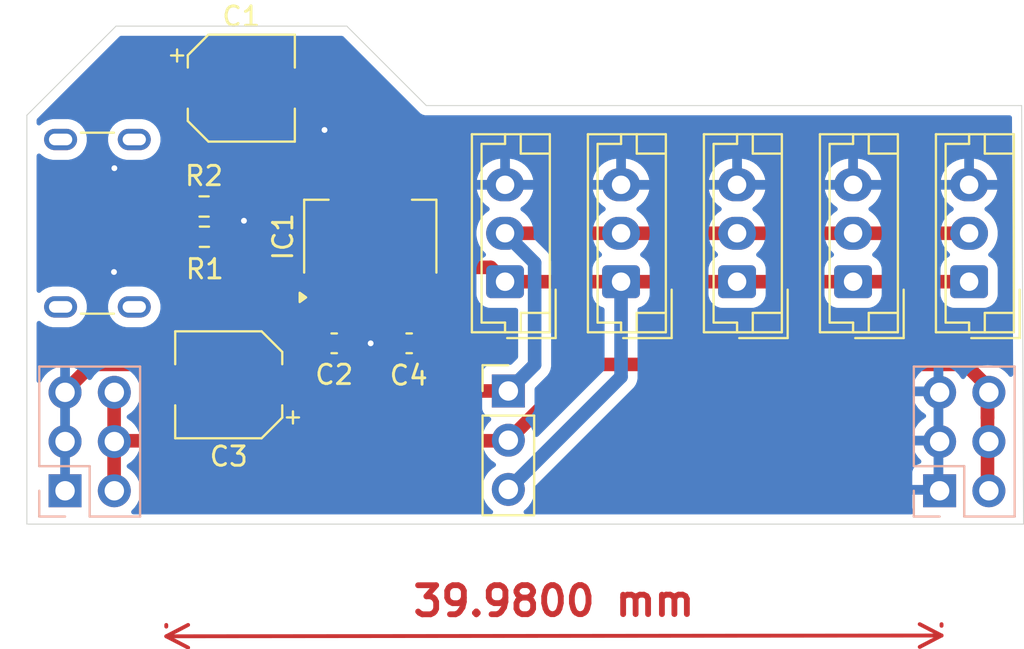
<source format=kicad_pcb>
(kicad_pcb (version 20240108) (generator "pcbnew") (generator_version "8.0")
  (layers (0 "F.Cu" signal) (31 "B.Cu" signal) (34 "B.Paste" user) (35 "F.Paste" user) (36 "B.SilkS" user "B.Silkscreen") (37 "F.SilkS" user "F.Silkscreen") (38 "B.Mask" user) (39 "F.Mask" user) (44 "Edge.Cuts" user))
  (net 0 "")
  (net 1 "+5V")
  (net 2 "GND")
  (net 3 "+3V3")
  (net 4 "Net-(J1-CC2)")
  (net 5 "Net-(J1-CC1)")
  (net 10 "Net-(J7-Pin_2)")
  (footprint "Connector_USB:USB_C_Receptacle_GCT_USB4125-xx-x-0190_6P_TopMnt_Horizontal" (layer "F.Cu") (at 32.54 58.47 -90)
    (property "Reference" "J1" (hide yes))
    (property "Value" "USB_C_Receptacle_PowerOnly_6P" (hide yes))
    (fp_line (start -4.67 -0.25) (end -4.67 -1.95) (stroke (width 0.12)) (layer "F.SilkS"))
    (fp_line (start 4.67 -0.25) (end 4.67 -1.95) (stroke (width 0.12)) (layer "F.SilkS"))
    (pad "A5" smd roundrect (at -0.5 -3.08 270) (size 0.7 1.2) (layers "F.Cu" "F.Paste" "F.Mask") (net 5 "Net-(J1-CC1)"))
    (pad "A9" smd roundrect (at 1.52 -3.08 90) (size 0.76 1.2) (layers "F.Cu" "F.Paste" "F.Mask") (net 1 "+5V"))
    (pad "A12" smd roundrect (at 2.75 -3.08 90) (size 0.8 1.2) (layers "F.Cu" "F.Paste" "F.Mask") (net 2 "GND"))
    (pad "B5" smd roundrect (at 0.5 -3.08 90) (size 0.7 1.2) (layers "F.Cu" "F.Paste" "F.Mask") (net 4 "Net-(J1-CC2)"))
    (pad "B9" smd roundrect (at -1.52 -3.08 270) (size 0.76 1.2) (layers "F.Cu" "F.Paste" "F.Mask") (net 1 "+5V"))
    (pad "B12" smd roundrect (at -2.75 -3.08 270) (size 0.8 1.2) (layers "F.Cu" "F.Paste" "F.Mask") (net 2 "GND"))
    (pad "S1" thru_hole oval (at -4.32 -3 270) (size 1.1 1.7) (drill oval 0.6 1.2) (layers "*.Cu" "*.Mask" "F.Paste"))
    (pad "S1" thru_hole oval (at -4.32 0.8 270) (size 1.1 1.7) (drill oval 0.6 1.2) (layers "*.Cu" "*.Mask" "F.Paste"))
    (pad "S1" thru_hole oval (at 4.32 -3 270) (size 1.1 1.7) (drill oval 0.6 1.2) (layers "*.Cu" "*.Mask" "F.Paste"))
    (pad "S1" thru_hole oval (at 4.32 0.8 270) (size 1.1 1.7) (drill oval 0.6 1.2) (layers "*.Cu" "*.Mask" "F.Paste"))
  )
  (footprint "Connector_JST:JST_EH_B3B-EH-A_1x03_P2.50mm_Vertical" (layer "F.Cu") (at 54.66 61.49 90)
    (property "Reference" "J2" (hide yes))
    (property "Value" "Conn_01x03_Socket" (hide yes))
    (fp_line (start 7.61 -1.71) (end -2.61 -1.71) (stroke (width 0.12)) (layer "F.SilkS"))
    (fp_line (start -2.61 -1.71) (end -2.61 2.31) (stroke (width 0.12)) (layer "F.SilkS"))
    (fp_line (start 7.11 -1.21) (end 7.11 0) (stroke (width 0.12)) (layer "F.SilkS"))
    (fp_line (start -2.11 -1.21) (end 7.11 -1.21) (stroke (width 0.12)) (layer "F.SilkS"))
    (fp_line (start 7.11 0) (end 7.61 0) (stroke (width 0.12)) (layer "F.SilkS"))
    (fp_line (start -2.11 0) (end -2.11 -1.21) (stroke (width 0.12)) (layer "F.SilkS"))
    (fp_line (start -2.61 0) (end -2.11 0) (stroke (width 0.12)) (layer "F.SilkS"))
    (fp_line (start -2.91 0.11) (end -2.91 2.61) (stroke (width 0.12)) (layer "F.SilkS"))
    (fp_line (start 7.61 0.81) (end 6.61 0.81) (stroke (width 0.12)) (layer "F.SilkS"))
    (fp_line (start 6.61 0.81) (end 6.61 2.31) (stroke (width 0.12)) (layer "F.SilkS"))
    (fp_line (start -1.61 0.81) (end -1.61 2.31) (stroke (width 0.12)) (layer "F.SilkS"))
    (fp_line (start -2.61 0.81) (end -1.61 0.81) (stroke (width 0.12)) (layer "F.SilkS"))
    (fp_line (start 7.61 2.31) (end 7.61 -1.71) (stroke (width 0.12)) (layer "F.SilkS"))
    (fp_line (start -2.61 2.31) (end 7.61 2.31) (stroke (width 0.12)) (layer "F.SilkS"))
    (fp_line (start -2.91 2.61) (end -0.41 2.61) (stroke (width 0.12)) (layer "F.SilkS"))
    (pad "1" thru_hole roundrect (at 0 0 90) (size 1.7 1.95) (drill 0.95) (layers "*.Cu" "*.Mask") (roundrect_rratio 0.147059) (net 1 "+5V"))
    (pad "2" thru_hole oval (at 2.5 0 90) (size 1.7 1.95) (drill 0.95) (layers "*.Cu" "*.Mask") (net 3 "+3V3"))
    (pad "3" thru_hole oval (at 5 0 90) (size 1.7 1.95) (drill 0.95) (layers "*.Cu" "*.Mask") (net 2 "GND"))
  )
  (footprint "Connector_JST:JST_EH_B3B-EH-A_1x03_P2.50mm_Vertical" (layer "F.Cu") (at 72.6075 61.49 90)
    (property "Reference" "J4" (hide yes))
    (property "Value" "Conn_01x03_Socket" (hide yes))
    (fp_line (start 7.61 -1.71) (end -2.61 -1.71) (stroke (width 0.12)) (layer "F.SilkS"))
    (fp_line (start -2.61 -1.71) (end -2.61 2.31) (stroke (width 0.12)) (layer "F.SilkS"))
    (fp_line (start 7.11 -1.21) (end 7.11 0) (stroke (width 0.12)) (layer "F.SilkS"))
    (fp_line (start -2.11 -1.21) (end 7.11 -1.21) (stroke (width 0.12)) (layer "F.SilkS"))
    (fp_line (start 7.11 0) (end 7.61 0) (stroke (width 0.12)) (layer "F.SilkS"))
    (fp_line (start -2.11 0) (end -2.11 -1.21) (stroke (width 0.12)) (layer "F.SilkS"))
    (fp_line (start -2.61 0) (end -2.11 0) (stroke (width 0.12)) (layer "F.SilkS"))
    (fp_line (start -2.91 0.11) (end -2.91 2.61) (stroke (width 0.12)) (layer "F.SilkS"))
    (fp_line (start 7.61 0.81) (end 6.61 0.81) (stroke (width 0.12)) (layer "F.SilkS"))
    (fp_line (start 6.61 0.81) (end 6.61 2.31) (stroke (width 0.12)) (layer "F.SilkS"))
    (fp_line (start -1.61 0.81) (end -1.61 2.31) (stroke (width 0.12)) (layer "F.SilkS"))
    (fp_line (start -2.61 0.81) (end -1.61 0.81) (stroke (width 0.12)) (layer "F.SilkS"))
    (fp_line (start 7.61 2.31) (end 7.61 -1.71) (stroke (width 0.12)) (layer "F.SilkS"))
    (fp_line (start -2.61 2.31) (end 7.61 2.31) (stroke (width 0.12)) (layer "F.SilkS"))
    (fp_line (start -2.91 2.61) (end -0.41 2.61) (stroke (width 0.12)) (layer "F.SilkS"))
    (pad "1" thru_hole roundrect (at 0 0 90) (size 1.7 1.95) (drill 0.95) (layers "*.Cu" "*.Mask") (roundrect_rratio 0.147059) (net 1 "+5V"))
    (pad "2" thru_hole oval (at 2.5 0 90) (size 1.7 1.95) (drill 0.95) (layers "*.Cu" "*.Mask") (net 3 "+3V3"))
    (pad "3" thru_hole oval (at 5 0 90) (size 1.7 1.95) (drill 0.95) (layers "*.Cu" "*.Mask") (net 2 "GND"))
  )
  (footprint "Resistor_SMD:R_0603_1608Metric" (layer "F.Cu") (at 39.14 57.61)
    (property "Reference" "R2" (at -0.005 -1.58 180) (layer "F.SilkS"))
    (property "Value" "5.1k" (hide yes))
    (fp_line (start -0.237258 -0.5225) (end 0.237258 -0.5225) (stroke (width 0.12)) (layer "F.SilkS"))
    (fp_line (start -0.237258 0.5225) (end 0.237258 0.5225) (stroke (width 0.12)) (layer "F.SilkS"))
    (pad "1" smd roundrect (at -0.825 0) (size 0.8 0.95) (layers "F.Cu" "F.Paste" "F.Mask") (net 5 "Net-(J1-CC1)"))
    (pad "2" smd roundrect (at 0.825 0) (size 0.8 0.95) (layers "F.Cu" "F.Paste" "F.Mask") (net 2 "GND"))
  )
  (footprint "Capacitor_SMD:CP_Elec_5x5.3" (layer "F.Cu") (at 41.06 51.5)
    (property "Reference" "C1" (at 0 -3.7 0) (layer "F.SilkS"))
    (property "Value" "100uF" (hide yes))
    (fp_line (start -3.625 -1.685) (end -3 -1.685) (stroke (width 0.12)) (layer "F.SilkS"))
    (fp_line (start -3.3125 -1.9975) (end -3.3125 -1.3725) (stroke (width 0.12)) (layer "F.SilkS"))
    (fp_line (start -2.76 -1.695563) (end -2.76 -1.06) (stroke (width 0.12)) (layer "F.SilkS"))
    (fp_line (start -2.76 -1.695563) (end -1.695563 -2.76) (stroke (width 0.12)) (layer "F.SilkS"))
    (fp_line (start -2.76 1.695563) (end -2.76 1.06) (stroke (width 0.12)) (layer "F.SilkS"))
    (fp_line (start -2.76 1.695563) (end -1.695563 2.76) (stroke (width 0.12)) (layer "F.SilkS"))
    (fp_line (start -1.695563 -2.76) (end 2.76 -2.76) (stroke (width 0.12)) (layer "F.SilkS"))
    (fp_line (start -1.695563 2.76) (end 2.76 2.76) (stroke (width 0.12)) (layer "F.SilkS"))
    (fp_line (start 2.76 -2.76) (end 2.76 -1.06) (stroke (width 0.12)) (layer "F.SilkS"))
    (fp_line (start 2.76 2.76) (end 2.76 1.06) (stroke (width 0.12)) (layer "F.SilkS"))
    (pad "1" smd roundrect (at -2.2 0) (size 3 1.6) (layers "F.Cu" "F.Paste" "F.Mask") (roundrect_rratio 0.15625) (net 1 "+5V"))
    (pad "2" smd roundrect (at 2.2 0) (size 3 1.6) (layers "F.Cu" "F.Paste" "F.Mask") (roundrect_rratio 0.15625) (net 2 "GND"))
  )
  (footprint "Capacitor_SMD:CP_Elec_5x5.3" (layer "F.Cu") (at 40.41 66.81 180)
    (property "Reference" "C3" (at 0 -3.7 0) (layer "F.SilkS"))
    (property "Value" "100uF" (hide yes))
    (fp_line (start 2.76 2.76) (end 2.76 1.06) (stroke (width 0.12)) (layer "F.SilkS"))
    (fp_line (start 2.76 -2.76) (end 2.76 -1.06) (stroke (width 0.12)) (layer "F.SilkS"))
    (fp_line (start -1.695563 2.76) (end 2.76 2.76) (stroke (width 0.12)) (layer "F.SilkS"))
    (fp_line (start -1.695563 -2.76) (end 2.76 -2.76) (stroke (width 0.12)) (layer "F.SilkS"))
    (fp_line (start -2.76 1.695563) (end -1.695563 2.76) (stroke (width 0.12)) (layer "F.SilkS"))
    (fp_line (start -2.76 1.695563) (end -2.76 1.06) (stroke (width 0.12)) (layer "F.SilkS"))
    (fp_line (start -2.76 -1.695563) (end -1.695563 -2.76) (stroke (width 0.12)) (layer "F.SilkS"))
    (fp_line (start -2.76 -1.695563) (end -2.76 -1.06) (stroke (width 0.12)) (layer "F.SilkS"))
    (fp_line (start -3.3125 -1.9975) (end -3.3125 -1.3725) (stroke (width 0.12)) (layer "F.SilkS"))
    (fp_line (start -3.625 -1.685) (end -3 -1.685) (stroke (width 0.12)) (layer "F.SilkS"))
    (pad "1" smd roundrect (at -2.2 0 180) (size 3 1.6) (layers "F.Cu" "F.Paste" "F.Mask") (roundrect_rratio 0.15625) (net 3 "+3V3"))
    (pad "2" smd roundrect (at 2.2 0 180) (size 3 1.6) (layers "F.Cu" "F.Paste" "F.Mask") (roundrect_rratio 0.15625) (net 2 "GND"))
  )
  (footprint "Connector_JST:JST_EH_B3B-EH-A_1x03_P2.50mm_Vertical" (layer "F.Cu") (at 66.625 61.49 90)
    (property "Reference" "J5" (hide yes))
    (property "Value" "Conn_01x03_Socket" (hide yes))
    (fp_line (start 7.61 -1.71) (end -2.61 -1.71) (stroke (width 0.12)) (layer "F.SilkS"))
    (fp_line (start -2.61 -1.71) (end -2.61 2.31) (stroke (width 0.12)) (layer "F.SilkS"))
    (fp_line (start 7.11 -1.21) (end 7.11 0) (stroke (width 0.12)) (layer "F.SilkS"))
    (fp_line (start -2.11 -1.21) (end 7.11 -1.21) (stroke (width 0.12)) (layer "F.SilkS"))
    (fp_line (start 7.11 0) (end 7.61 0) (stroke (width 0.12)) (layer "F.SilkS"))
    (fp_line (start -2.11 0) (end -2.11 -1.21) (stroke (width 0.12)) (layer "F.SilkS"))
    (fp_line (start -2.61 0) (end -2.11 0) (stroke (width 0.12)) (layer "F.SilkS"))
    (fp_line (start -2.91 0.11) (end -2.91 2.61) (stroke (width 0.12)) (layer "F.SilkS"))
    (fp_line (start 7.61 0.81) (end 6.61 0.81) (stroke (width 0.12)) (layer "F.SilkS"))
    (fp_line (start 6.61 0.81) (end 6.61 2.31) (stroke (width 0.12)) (layer "F.SilkS"))
    (fp_line (start -1.61 0.81) (end -1.61 2.31) (stroke (width 0.12)) (layer "F.SilkS"))
    (fp_line (start -2.61 0.81) (end -1.61 0.81) (stroke (width 0.12)) (layer "F.SilkS"))
    (fp_line (start 7.61 2.31) (end 7.61 -1.71) (stroke (width 0.12)) (layer "F.SilkS"))
    (fp_line (start -2.61 2.31) (end 7.61 2.31) (stroke (width 0.12)) (layer "F.SilkS"))
    (fp_line (start -2.91 2.61) (end -0.41 2.61) (stroke (width 0.12)) (layer "F.SilkS"))
    (pad "1" thru_hole roundrect (at 0 0 90) (size 1.7 1.95) (drill 0.95) (layers "*.Cu" "*.Mask") (roundrect_rratio 0.147059) (net 1 "+5V"))
    (pad "2" thru_hole oval (at 2.5 0 90) (size 1.7 1.95) (drill 0.95) (layers "*.Cu" "*.Mask") (net 3 "+3V3"))
    (pad "3" thru_hole oval (at 5 0 90) (size 1.7 1.95) (drill 0.95) (layers "*.Cu" "*.Mask") (net 2 "GND"))
  )
  (footprint "Resistor_SMD:R_0603_1608Metric" (layer "F.Cu") (at 39.155 59.17)
    (property "Reference" "R1" (at 0.02 1.67 0) (layer "F.SilkS"))
    (property "Value" "5.1k" (hide yes))
    (fp_line (start -0.237258 -0.5225) (end 0.237258 -0.5225) (stroke (width 0.12)) (layer "F.SilkS"))
    (fp_line (start -0.237258 0.5225) (end 0.237258 0.5225) (stroke (width 0.12)) (layer "F.SilkS"))
    (pad "1" smd roundrect (at -0.825 0) (size 0.8 0.95) (layers "F.Cu" "F.Paste" "F.Mask") (net 4 "Net-(J1-CC2)"))
    (pad "2" smd roundrect (at 0.825 0) (size 0.8 0.95) (layers "F.Cu" "F.Paste" "F.Mask") (net 2 "GND"))
  )
  (footprint "Connector_JST:JST_EH_B3B-EH-A_1x03_P2.50mm_Vertical" (layer "F.Cu") (at 78.59 61.49 90)
    (property "Reference" "J3" (hide yes))
    (property "Value" "Conn_01x03_Socket" (hide yes))
    (fp_line (start 7.61 -1.71) (end -2.61 -1.71) (stroke (width 0.12)) (layer "F.SilkS"))
    (fp_line (start -2.61 -1.71) (end -2.61 2.31) (stroke (width 0.12)) (layer "F.SilkS"))
    (fp_line (start 7.11 -1.21) (end 7.11 0) (stroke (width 0.12)) (layer "F.SilkS"))
    (fp_line (start -2.11 -1.21) (end 7.11 -1.21) (stroke (width 0.12)) (layer "F.SilkS"))
    (fp_line (start 7.11 0) (end 7.61 0) (stroke (width 0.12)) (layer "F.SilkS"))
    (fp_line (start -2.11 0) (end -2.11 -1.21) (stroke (width 0.12)) (layer "F.SilkS"))
    (fp_line (start -2.61 0) (end -2.11 0) (stroke (width 0.12)) (layer "F.SilkS"))
    (fp_line (start -2.91 0.11) (end -2.91 2.61) (stroke (width 0.12)) (layer "F.SilkS"))
    (fp_line (start 7.61 0.81) (end 6.61 0.81) (stroke (width 0.12)) (layer "F.SilkS"))
    (fp_line (start 6.61 0.81) (end 6.61 2.31) (stroke (width 0.12)) (layer "F.SilkS"))
    (fp_line (start -1.61 0.81) (end -1.61 2.31) (stroke (width 0.12)) (layer "F.SilkS"))
    (fp_line (start -2.61 0.81) (end -1.61 0.81) (stroke (width 0.12)) (layer "F.SilkS"))
    (fp_line (start 7.61 2.31) (end 7.61 -1.71) (stroke (width 0.12)) (layer "F.SilkS"))
    (fp_line (start -2.61 2.31) (end 7.61 2.31) (stroke (width 0.12)) (layer "F.SilkS"))
    (fp_line (start -2.91 2.61) (end -0.41 2.61) (stroke (width 0.12)) (layer "F.SilkS"))
    (pad "1" thru_hole roundrect (at 0 0 90) (size 1.7 1.95) (drill 0.95) (layers "*.Cu" "*.Mask") (roundrect_rratio 0.147059) (net 1 "+5V"))
    (pad "2" thru_hole oval (at 2.5 0 90) (size 1.7 1.95) (drill 0.95) (layers "*.Cu" "*.Mask") (net 3 "+3V3"))
    (pad "3" thru_hole oval (at 5 0 90) (size 1.7 1.95) (drill 0.95) (layers "*.Cu" "*.Mask") (net 2 "GND"))
  )
  (footprint "Connector_PinHeader_2.54mm:PinHeader_1x03_P2.54mm_Vertical" (layer "F.Cu") (at 54.83 67.13)
    (property "Reference" "J9" (hide yes))
    (property "Value" "Conn_01x03_Pin" (hide yes))
    (fp_line (start -1.33 -1.33) (end 0 -1.33) (stroke (width 0.12)) (layer "F.SilkS"))
    (fp_line (start -1.33 0) (end -1.33 -1.33) (stroke (width 0.12)) (layer "F.SilkS"))
    (fp_line (start -1.33 1.27) (end -1.33 6.41) (stroke (width 0.12)) (layer "F.SilkS"))
    (fp_line (start -1.33 1.27) (end 1.33 1.27) (stroke (width 0.12)) (layer "F.SilkS"))
    (fp_line (start -1.33 6.41) (end 1.33 6.41) (stroke (width 0.12)) (layer "F.SilkS"))
    (fp_line (start 1.33 1.27) (end 1.33 6.41) (stroke (width 0.12)) (layer "F.SilkS"))
    (pad "1" thru_hole rect (at 0 0) (size 1.7 1.7) (drill 1) (layers "*.Cu" "*.Mask") (net 3 "+3V3"))
    (pad "2" thru_hole oval (at 0 2.54) (size 1.7 1.7) (drill 1) (layers "*.Cu" "*.Mask") (net 10 "Net-(J7-Pin_2)"))
    (pad "3" thru_hole oval (at 0 5.08) (size 1.7 1.7) (drill 1) (layers "*.Cu" "*.Mask") (net 1 "+5V"))
  )
  (footprint "Connector_JST:JST_EH_B3B-EH-A_1x03_P2.50mm_Vertical" (layer "F.Cu") (at 60.6425 61.49 90)
    (property "Reference" "J6" (hide yes))
    (property "Value" "Conn_01x03_Socket" (hide yes))
    (fp_line (start 7.61 -1.71) (end -2.61 -1.71) (stroke (width 0.12)) (layer "F.SilkS"))
    (fp_line (start -2.61 -1.71) (end -2.61 2.31) (stroke (width 0.12)) (layer "F.SilkS"))
    (fp_line (start 7.11 -1.21) (end 7.11 0) (stroke (width 0.12)) (layer "F.SilkS"))
    (fp_line (start -2.11 -1.21) (end 7.11 -1.21) (stroke (width 0.12)) (layer "F.SilkS"))
    (fp_line (start 7.11 0) (end 7.61 0) (stroke (width 0.12)) (layer "F.SilkS"))
    (fp_line (start -2.11 0) (end -2.11 -1.21) (stroke (width 0.12)) (layer "F.SilkS"))
    (fp_line (start -2.61 0) (end -2.11 0) (stroke (width 0.12)) (layer "F.SilkS"))
    (fp_line (start -2.91 0.11) (end -2.91 2.61) (stroke (width 0.12)) (layer "F.SilkS"))
    (fp_line (start 7.61 0.81) (end 6.61 0.81) (stroke (width 0.12)) (layer "F.SilkS"))
    (fp_line (start 6.61 0.81) (end 6.61 2.31) (stroke (width 0.12)) (layer "F.SilkS"))
    (fp_line (start -1.61 0.81) (end -1.61 2.31) (stroke (width 0.12)) (layer "F.SilkS"))
    (fp_line (start -2.61 0.81) (end -1.61 0.81) (stroke (width 0.12)) (layer "F.SilkS"))
    (fp_line (start 7.61 2.31) (end 7.61 -1.71) (stroke (width 0.12)) (layer "F.SilkS"))
    (fp_line (start -2.61 2.31) (end 7.61 2.31) (stroke (width 0.12)) (layer "F.SilkS"))
    (fp_line (start -2.91 2.61) (end -0.41 2.61) (stroke (width 0.12)) (layer "F.SilkS"))
    (pad "1" thru_hole roundrect (at 0 0 90) (size 1.7 1.95) (drill 0.95) (layers "*.Cu" "*.Mask") (roundrect_rratio 0.147059) (net 1 "+5V"))
    (pad "2" thru_hole oval (at 2.5 0 90) (size 1.7 1.95) (drill 0.95) (layers "*.Cu" "*.Mask") (net 3 "+3V3"))
    (pad "3" thru_hole oval (at 5 0 90) (size 1.7 1.95) (drill 0.95) (layers "*.Cu" "*.Mask") (net 2 "GND"))
  )
  (footprint "Package_TO_SOT_SMD:SOT-223" (layer "F.Cu") (at 47.71 59.17 90)
    (property "Reference" "IC1" (at 0 -4.5 90) (layer "F.SilkS"))
    (property "Value" "LM3940IMPX-3.3_NOPB" (hide yes))
    (fp_line (start 1.91 -3.41) (end 1.91 -2.15) (stroke (width 0.12)) (layer "F.SilkS"))
    (fp_line (start -1.85 -3.41) (end 1.91 -3.41) (stroke (width 0.12)) (layer "F.SilkS"))
    (fp_line (start 1.91 3.41) (end 1.91 2.15) (stroke (width 0.12)) (layer "F.SilkS"))
    (fp_line (start -1.85 3.41) (end 1.91 3.41) (stroke (width 0.12)) (layer "F.SilkS"))
    (fp_poly (pts (xy -3.13 -3.31) (xy -3.37 -3.64) (xy -2.89 -3.64) (xy -3.13 -3.31)) (stroke (width 0.12)) (fill solid) (layer "F.SilkS"))
    (pad "1" smd roundrect (at -3.15 -2.3 90) (size 2 1.5) (layers "F.Cu" "F.Paste" "F.Mask") (net 1 "+5V"))
    (pad "2" smd roundrect (at -3.15 0 90) (size 2 1.5) (layers "F.Cu" "F.Paste" "F.Mask") (net 2 "GND"))
    (pad "3" smd roundrect (at -3.15 2.3 90) (size 2 1.5) (layers "F.Cu" "F.Paste" "F.Mask") (net 3 "+3V3"))
    (pad "4" smd roundrect (at 3.15 0 90) (size 2 3.8) (layers "F.Cu" "F.Paste" "F.Mask") (net 2 "GND"))
  )
  (footprint "Capacitor_SMD:C_0603_1608Metric" (layer "F.Cu") (at 45.85 64.67)
    (property "Reference" "C2" (at 0 1.62 0) (layer "F.SilkS"))
    (property "Value" "0.47uF" (hide yes))
    (fp_line (start -0.14058 -0.51) (end 0.14058 -0.51) (stroke (width 0.12)) (layer "F.SilkS"))
    (fp_line (start -0.14058 0.51) (end 0.14058 0.51) (stroke (width 0.12)) (layer "F.SilkS"))
    (pad "1" smd roundrect (at -0.775 0) (size 0.9 0.95) (layers "F.Cu" "F.Paste" "F.Mask") (net 1 "+5V"))
    (pad "2" smd roundrect (at 0.775 0) (size 0.9 0.95) (layers "F.Cu" "F.Paste" "F.Mask") (net 2 "GND"))
  )
  (footprint "Capacitor_SMD:C_0603_1608Metric" (layer "F.Cu") (at 49.715 64.67 180)
    (property "Reference" "C4" (at 0.025 -1.66 0) (layer "F.SilkS"))
    (property "Value" "33uF" (hide yes))
    (fp_line (start -0.14058 0.51) (end 0.14058 0.51) (stroke (width 0.12)) (layer "F.SilkS"))
    (fp_line (start -0.14058 -0.51) (end 0.14058 -0.51) (stroke (width 0.12)) (layer "F.SilkS"))
    (pad "1" smd roundrect (at -0.775 0 180) (size 0.9 0.95) (layers "F.Cu" "F.Paste" "F.Mask") (net 3 "+3V3"))
    (pad "2" smd roundrect (at 0.775 0 180) (size 0.9 0.95) (layers "F.Cu" "F.Paste" "F.Mask") (net 2 "GND"))
  )
  (footprint "Connector_PinHeader_2.54mm:PinHeader_2x03_P2.54mm_Vertical" (layer "B.Cu") (at 77.07 72.28)
    (property "Reference" "J8" (hide yes))
    (property "Value" "Conn_02x03_Odd_Even" (hide yes))
    (fp_line (start -1.33 -6.41) (end -1.33 -1.27) (stroke (width 0.12)) (layer "B.SilkS"))
    (fp_line (start -1.33 1.33) (end -1.33 0) (stroke (width 0.12)) (layer "B.SilkS"))
    (fp_line (start 0 1.33) (end -1.33 1.33) (stroke (width 0.12)) (layer "B.SilkS"))
    (fp_line (start 1.27 -1.27) (end -1.33 -1.27) (stroke (width 0.12)) (layer "B.SilkS"))
    (fp_line (start 1.27 1.33) (end 1.27 -1.27) (stroke (width 0.12)) (layer "B.SilkS"))
    (fp_line (start 3.87 -6.41) (end -1.33 -6.41) (stroke (width 0.12)) (layer "B.SilkS"))
    (fp_line (start 3.87 -6.41) (end 3.87 1.33) (stroke (width 0.12)) (layer "B.SilkS"))
    (fp_line (start 3.87 1.33) (end 1.27 1.33) (stroke (width 0.12)) (layer "B.SilkS"))
    (pad "1" thru_hole rect (at 0 0) (size 1.7 1.7) (drill 1) (layers "*.Cu" "*.Mask") (net 2 "GND"))
    (pad "2" thru_hole oval (at 2.54 0) (size 1.7 1.7) (drill 1) (layers "*.Cu" "*.Mask") (net 10 "Net-(J7-Pin_2)"))
    (pad "3" thru_hole oval (at 0 -2.54) (size 1.7 1.7) (drill 1) (layers "*.Cu" "*.Mask") (net 2 "GND"))
    (pad "4" thru_hole oval (at 2.54 -2.54) (size 1.7 1.7) (drill 1) (layers "*.Cu" "*.Mask") (net 10 "Net-(J7-Pin_2)"))
    (pad "5" thru_hole oval (at 0 -5.08) (size 1.7 1.7) (drill 1) (layers "*.Cu" "*.Mask") (net 2 "GND"))
    (pad "6" thru_hole oval (at 2.54 -5.08) (size 1.7 1.7) (drill 1) (layers "*.Cu" "*.Mask") (net 10 "Net-(J7-Pin_2)"))
  )
  (footprint "Connector_PinHeader_2.54mm:PinHeader_2x03_P2.54mm_Vertical" (layer "B.Cu") (at 31.97 72.28)
    (property "Reference" "J7" (hide yes))
    (property "Value" "Conn_02x03_Odd_Even" (hide yes))
    (fp_line (start -1.33 -6.41) (end -1.33 -1.27) (stroke (width 0.12)) (layer "B.SilkS"))
    (fp_line (start -1.33 1.33) (end -1.33 0) (stroke (width 0.12)) (layer "B.SilkS"))
    (fp_line (start 0 1.33) (end -1.33 1.33) (stroke (width 0.12)) (layer "B.SilkS"))
    (fp_line (start 1.27 -1.27) (end -1.33 -1.27) (stroke (width 0.12)) (layer "B.SilkS"))
    (fp_line (start 1.27 1.33) (end 1.27 -1.27) (stroke (width 0.12)) (layer "B.SilkS"))
    (fp_line (start 3.87 -6.41) (end -1.33 -6.41) (stroke (width 0.12)) (layer "B.SilkS"))
    (fp_line (start 3.87 -6.41) (end 3.87 1.33) (stroke (width 0.12)) (layer "B.SilkS"))
    (fp_line (start 3.87 1.33) (end 1.27 1.33) (stroke (width 0.12)) (layer "B.SilkS"))
    (pad "1" thru_hole rect (at 0 0) (size 1.7 1.7) (drill 1) (layers "*.Cu" "*.Mask") (net 2 "GND"))
    (pad "2" thru_hole oval (at 2.54 0) (size 1.7 1.7) (drill 1) (layers "*.Cu" "*.Mask") (net 10 "Net-(J7-Pin_2)"))
    (pad "3" thru_hole oval (at 0 -2.54) (size 1.7 1.7) (drill 1) (layers "*.Cu" "*.Mask") (net 2 "GND"))
    (pad "4" thru_hole oval (at 2.54 -2.54) (size 1.7 1.7) (drill 1) (layers "*.Cu" "*.Mask") (net 10 "Net-(J7-Pin_2)"))
    (pad "5" thru_hole oval (at 0 -5.08) (size 1.7 1.7) (drill 1) (layers "*.Cu" "*.Mask") (net 2 "GND"))
    (pad "6" thru_hole oval (at 2.54 -5.08) (size 1.7 1.7) (drill 1) (layers "*.Cu" "*.Mask") (net 10 "Net-(J7-Pin_2)"))
  )
  (gr_line (start 30 74) (end 30 52.9) (stroke (width 0.05)) (layer "Edge.Cuts"))
  (gr_line (start 34.6 48.3) (end 46.5 48.3) (stroke (width 0.05)) (layer "Edge.Cuts"))
  (gr_line (start 50.6 52.4) (end 81.3 52.4) (stroke (width 0.05)) (layer "Edge.Cuts"))
  (gr_line (start 46.5 48.3) (end 50.6 52.4) (stroke (width 0.05)) (layer "Edge.Cuts"))
  (gr_line (start 81.3 52.4) (end 81.4 74) (stroke (width 0.05)) (layer "Edge.Cuts"))
  (gr_line (start 30 52.9) (end 34.6 48.3) (stroke (width 0.05)) (layer "Edge.Cuts"))
  (gr_line (start 81.4 74) (end 30 74) (stroke (width 0.05)) (layer "Edge.Cuts"))
  (dimension (type aligned) (layer "F.Cu") (pts (xy 37.19 79.79) (xy 77.17 79.75)) (height 0) (gr_text "39.9800 mm" (at 57.178199 77.970001 0.05732442261) (layer "F.Cu") (effects (font (size 1.5 1.5) (thickness 0.3)))) (format (prefix "") (suffix "") (units 3) (units_format 1) (precision 4)) (style (thickness 0.2) (arrow_length 1.27) (text_position_mode 0) (extension_height 0.58642) (extension_offset 0.5) keep_text_aligned))
  (segment (start 45.41 61.32) (end 45.53 61.2) (width 0.7) (layer "F.Cu") (net 1))
  (segment (start 53.92 60.75) (end 54.66 61.49) (width 0.7) (layer "F.Cu") (net 1))
  (segment (start 35.009846 56.95) (end 35.62 56.95) (width 0.7) (layer "F.Cu") (net 1))
  (segment (start 34.47 59.450154) (end 34.47 57.489846) (width 0.7) (layer "F.Cu") (net 1))
  (segment (start 35.62 59.99) (end 35.009846 59.99) (width 0.7) (layer "F.Cu") (net 1))
  (segment (start 35.009846 59.99) (end 34.47 59.450154) (width 0.7) (layer "F.Cu") (net 1))
  (segment (start 36.22 59.99) (end 35.62 59.99) (width 0.7) (layer "F.Cu") (net 1))
  (segment (start 35.62 56.95) (end 35.3562 56.95) (width 0.2) (layer "F.Cu") (net 1))
  (segment (start 60.6425 61.49) (end 66.625 61.49) (width 0.7) (layer "F.Cu") (net 1))
  (segment (start 38.86 54.31) (end 38.86 51.5) (width 0.7) (layer "F.Cu") (net 1))
  (segment (start 45.98 60.75) (end 53.92 60.75) (width 0.7) (layer "F.Cu") (net 1))
  (segment (start 36.22 56.95) (end 38.86 54.31) (width 0.7) (layer "F.Cu") (net 1))
  (segment (start 45.53 61.2) (end 37.43 61.2) (width 0.7) (layer "F.Cu") (net 1))
  (segment (start 54.66 61.49) (end 60.6425 61.49) (width 0.7) (layer "F.Cu") (net 1))
  (segment (start 72.6075 61.49) (end 78.59 61.49) (width 0.7) (layer "F.Cu") (net 1))
  (segment (start 37.43 61.2) (end 36.22 59.99) (width 0.7) (layer "F.Cu") (net 1))
  (segment (start 34.47 57.489846) (end 35.009846 56.95) (width 0.7) (layer "F.Cu") (net 1))
  (segment (start 45.53 61.2) (end 45.98 60.75) (width 0.7) (layer "F.Cu") (net 1))
  (segment (start 45.075 64.67) (end 45.075 62.655) (width 0.7) (layer "F.Cu") (net 1))
  (segment (start 35.62 56.95) (end 36.22 56.95) (width 0.7) (layer "F.Cu") (net 1))
  (segment (start 45.075 62.655) (end 45.41 62.32) (width 0.7) (layer "F.Cu") (net 1))
  (segment (start 45.41 62.32) (end 45.41 61.32) (width 0.7) (layer "F.Cu") (net 1))
  (segment (start 66.625 61.49) (end 72.6075 61.49) (width 0.7) (layer "F.Cu") (net 1))
  (segment (start 60.6425 66.3975) (end 60.6425 61.49) (width 0.7) (layer "B.Cu") (net 1))
  (segment (start 54.83 72.21) (end 60.6425 66.3975) (width 0.7) (layer "B.Cu") (net 1))
  (segment (start 48.94 64.67) (end 47.73 64.67) (width 0.7) (layer "F.Cu") (net 2))
  (segment (start 47.71 64.56) (end 47.6 64.67) (width 0.7) (layer "F.Cu") (net 2))
  (segment (start 39.965 58.345) (end 39.965 59.155) (width 0.7) (layer "F.Cu") (net 2))
  (segment (start 47.71 62.32) (end 47.71 64.56) (width 0.7) (layer "F.Cu") (net 2))
  (segment (start 34.513 55.6317) (end 35.5317 55.6317) (width 0.2) (layer "F.Cu") (net 2))
  (segment (start 43.26 51.5) (end 43.26 51.57) (width 0.7) (layer "F.Cu") (net 2))
  (segment (start 47.6 64.67) (end 46.625 64.67) (width 0.7) (layer "F.Cu") (net 2))
  (segment (start 39.965 57.61) (end 39.965 58.345) (width 0.7) (layer "F.Cu") (net 2))
  (segment (start 47.73 64.67) (end 47.6 64.67) (width 0.7) (layer "F.Cu") (net 2))
  (segment (start 45.35 53.66) (end 47.71 56.02) (width 0.7) (layer "F.Cu") (net 2))
  (segment (start 39.965 58.345) (end 41.195 58.345) (width 0.7) (layer "F.Cu") (net 2))
  (segment (start 34.4928 60.9885) (end 35.3885 60.9885) (width 0.2) (layer "F.Cu") (net 2))
  (segment (start 33.36 65.76) (end 31.96 67.16) (width 0.7) (layer "F.Cu") (net 2))
  (segment (start 37.16 65.76) (end 33.36 65.76) (width 0.7) (layer "F.Cu") (net 2))
  (segment (start 35.3885 60.9885) (end 35.62 61.22) (width 0.2) (layer "F.Cu") (net 2))
  (segment (start 43.26 51.57) (end 45.35 53.66) (width 0.7) (layer "F.Cu") (net 2))
  (segment (start 39.965 59.155) (end 39.98 59.17) (width 0.7) (layer "F.Cu") (net 2))
  (segment (start 35.5317 55.6317) (end 35.62 55.72) (width 0.2) (layer "F.Cu") (net 2))
  (segment (start 38.21 66.81) (end 37.16 65.76) (width 0.7) (layer "F.Cu") (net 2))
  (via (at 45.35 53.66) (size 0.7) (drill 0.3) (layers "F.Cu" "B.Cu") (net 2))
  (via (at 34.4928 60.9885) (size 0.6) (drill 0.3) (layers "F.Cu" "B.Cu") (net 2))
  (via (at 41.195 58.345) (size 0.7) (drill 0.3) (layers "F.Cu" "B.Cu") (net 2))
  (via (at 34.513 55.6317) (size 0.6) (drill 0.3) (layers "F.Cu" "B.Cu") (net 2))
  (via (at 47.73 64.67) (size 0.7) (drill 0.3) (layers "F.Cu" "B.Cu") (net 2))
  (segment (start 78.59 58.99) (end 72.6075 58.99) (width 0.7) (layer "F.Cu") (net 3))
  (segment (start 42.61 66.81) (end 52.63 66.81) (width 0.7) (layer "F.Cu") (net 3))
  (segment (start 50.01 64.19) (end 50.49 64.67) (width 0.7) (layer "F.Cu") (net 3))
  (segment (start 54.83 67.13) (end 52.95 67.13) (width 0.7) (layer "F.Cu") (net 3))
  (segment (start 60.6425 58.99) (end 54.66 58.99) (width 0.7) (layer "F.Cu") (net 3))
  (segment (start 52.95 67.13) (end 52.63 66.81) (width 0.7) (layer "F.Cu") (net 3))
  (segment (start 66.625 58.99) (end 60.6425 58.99) (width 0.7) (layer "F.Cu") (net 3))
  (segment (start 50.01 62.32) (end 50.01 64.19) (width 0.7) (layer "F.Cu") (net 3))
  (segment (start 52.63 66.81) (end 50.49 64.67) (width 0.7) (layer "F.Cu") (net 3))
  (segment (start 72.6075 58.99) (end 66.625 58.99) (width 0.7) (layer "F.Cu") (net 3))
  (segment (start 54.66 58.99) (end 56.185 60.515) (width 0.7) (layer "B.Cu") (net 3))
  (segment (start 56.185 65.775) (end 54.83 67.13) (width 0.7) (layer "B.Cu") (net 3))
  (segment (start 56.185 60.515) (end 56.185 65.775) (width 0.7) (layer "B.Cu") (net 3))
  (segment (start 38.13 58.97) (end 38.33 59.17) (width 0.7) (layer "F.Cu") (net 4))
  (segment (start 35.62 58.97) (end 38.13 58.97) (width 0.7) (layer "F.Cu") (net 4))
  (segment (start 37.955 57.97) (end 38.315 57.61) (width 0.7) (layer "F.Cu") (net 5))
  (segment (start 35.62 57.97) (end 37.955 57.97) (width 0.7) (layer "F.Cu") (net 5))
  (segment (start 34.5 67.16) (end 34.5 69.7) (width 0.7) (layer "F.Cu") (net 10))
  (segment (start 54.33 69.67) (end 54.3 69.7) (width 0.7) (layer "F.Cu") (net 10))
  (segment (start 79.54 69.7) (end 79.54 68.5) (width 0.7) (layer "F.Cu") (net 10))
  (segment (start 58.74 65.76) (end 54.83 69.67) (width 0.7) (layer "F.Cu") (net 10))
  (segment (start 79.54 66.9) (end 78.4 65.76) (width 0.7) (layer "F.Cu") (net 10))
  (segment (start 54.83 69.67) (end 54.33 69.67) (width 0.7) (layer "F.Cu") (net 10))
  (segment (start 79.54 67.16) (end 79.54 66.9) (width 0.7) (layer "F.Cu") (net 10))
  (segment (start 78.4 65.76) (end 58.74 65.76) (width 0.7) (layer "F.Cu") (net 10))
  (segment (start 34.5 69.7) (end 34.5 72.24) (width 0.7) (layer "F.Cu") (net 10))
  (segment (start 54.3 69.7) (end 34.5 69.7) (width 0.7) (layer "F.Cu") (net 10))
  (segment (start 79.54 72.24) (end 79.54 69.7) (width 0.7) (layer "F.Cu") (net 10))
  (segment (start 79.54 68.5) (end 79.54 67.16) (width 0.7) (layer "F.Cu") (net 10))
  (segment (start 79.54 68.5) (end 79.54 67.16) (width 0.7) (layer "F.Cu") (net 10))
  (zone (net 2) (net_name "GND") (layer "B.Cu") (connect_pads (clearance 0.5)) (min_thickness 0.25) (fill yes (thermal_gap 0.5) (thermal_bridge_width 0.5))
    (polygon (pts (xy 30 74) (xy 30.1 48.3) (xy 81.3 48.4) (xy 81.3 74)))
  )
)
</source>
